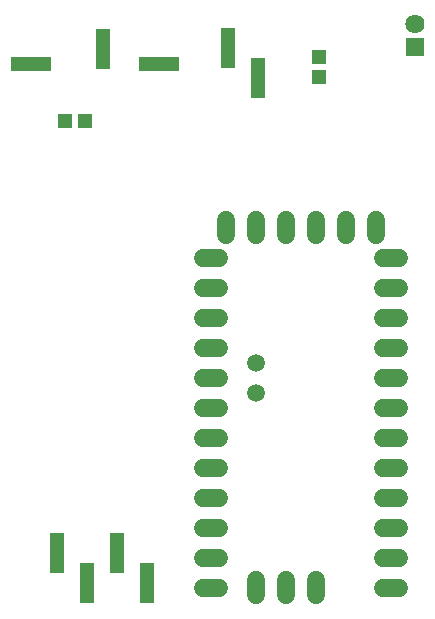
<source format=gbr>
G04 EAGLE Gerber X2 export*
%TF.Part,Single*%
%TF.FileFunction,Soldermask,Top,1*%
%TF.FilePolarity,Negative*%
%TF.GenerationSoftware,Autodesk,EAGLE,8.7.1*%
%TF.CreationDate,2018-05-26T03:40:12Z*%
G75*
%MOMM*%
%FSLAX34Y34*%
%LPD*%
%AMOC8*
5,1,8,0,0,1.08239X$1,22.5*%
G01*
%ADD10R,1.219200X3.505200*%
%ADD11R,3.505200X1.219200*%
%ADD12R,1.203200X1.303200*%
%ADD13R,1.303200X1.203200*%
%ADD14C,1.511200*%
%ADD15C,1.511200*%
%ADD16R,1.625600X1.625600*%
%ADD17C,1.625600*%


D10*
X123190Y69850D03*
X97790Y95250D03*
X72390Y69850D03*
X46990Y95250D03*
D11*
X25400Y509270D03*
D10*
X191770Y523240D03*
X217170Y497840D03*
D11*
X133350Y509270D03*
D10*
X86360Y521970D03*
D12*
X269240Y498230D03*
X269240Y515230D03*
D13*
X53730Y461010D03*
X70730Y461010D03*
D14*
X317500Y377380D02*
X317500Y364300D01*
X292100Y364300D02*
X292100Y377380D01*
X266700Y377380D02*
X266700Y364300D01*
X241300Y364300D02*
X241300Y377380D01*
X215900Y377380D02*
X215900Y364300D01*
X190500Y364300D02*
X190500Y377380D01*
X323660Y345440D02*
X336740Y345440D01*
X336740Y320040D02*
X323660Y320040D01*
X323660Y294640D02*
X336740Y294640D01*
X336740Y269240D02*
X323660Y269240D01*
X323660Y243840D02*
X336740Y243840D01*
X336740Y218440D02*
X323660Y218440D01*
X323660Y193040D02*
X336740Y193040D01*
X336740Y167640D02*
X323660Y167640D01*
X323660Y142240D02*
X336740Y142240D01*
X336740Y116840D02*
X323660Y116840D01*
X323660Y91440D02*
X336740Y91440D01*
X336740Y66040D02*
X323660Y66040D01*
X184340Y345440D02*
X171260Y345440D01*
X171260Y320040D02*
X184340Y320040D01*
X184340Y294640D02*
X171260Y294640D01*
X171260Y269240D02*
X184340Y269240D01*
X184340Y243840D02*
X171260Y243840D01*
X171260Y218440D02*
X184340Y218440D01*
X184340Y193040D02*
X171260Y193040D01*
X171260Y167640D02*
X184340Y167640D01*
X184340Y142240D02*
X171260Y142240D01*
X171260Y116840D02*
X184340Y116840D01*
X184340Y91440D02*
X171260Y91440D01*
X171260Y66040D02*
X184340Y66040D01*
X215900Y72580D02*
X215900Y59500D01*
X241300Y59500D02*
X241300Y72580D01*
X266700Y72580D02*
X266700Y59500D01*
D15*
X215900Y256540D03*
X215900Y231140D03*
D16*
X350520Y523400D03*
D17*
X350520Y543400D03*
M02*

</source>
